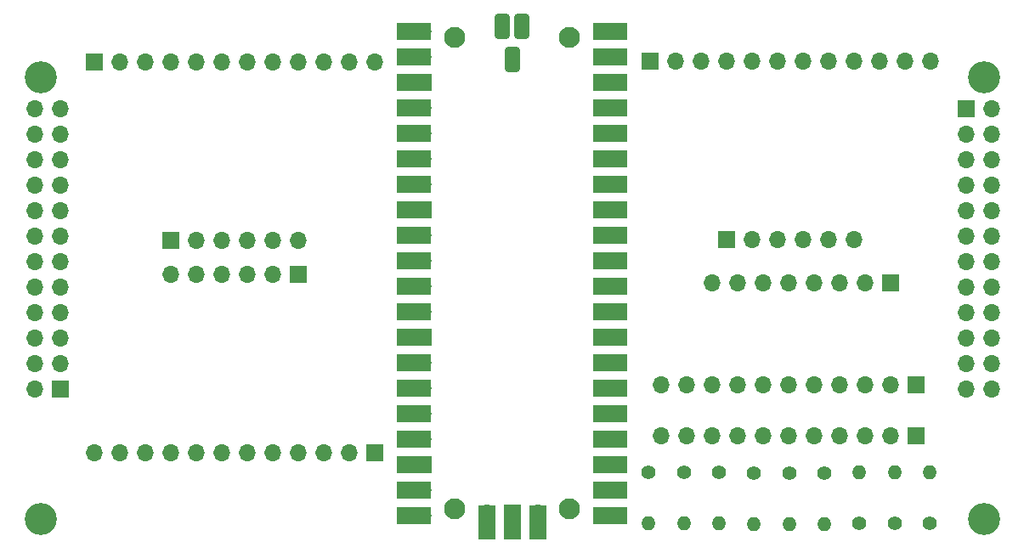
<source format=gts>
G04 #@! TF.GenerationSoftware,KiCad,Pcbnew,7.0.1*
G04 #@! TF.CreationDate,2024-03-19T15:28:11+08:00*
G04 #@! TF.ProjectId,chupico_openithm,63687570-6963-46f5-9f6f-70656e697468,rev?*
G04 #@! TF.SameCoordinates,Original*
G04 #@! TF.FileFunction,Soldermask,Top*
G04 #@! TF.FilePolarity,Negative*
%FSLAX46Y46*%
G04 Gerber Fmt 4.6, Leading zero omitted, Abs format (unit mm)*
G04 Created by KiCad (PCBNEW 7.0.1) date 2024-03-19 15:28:11*
%MOMM*%
%LPD*%
G01*
G04 APERTURE LIST*
G04 Aperture macros list*
%AMRoundRect*
0 Rectangle with rounded corners*
0 $1 Rounding radius*
0 $2 $3 $4 $5 $6 $7 $8 $9 X,Y pos of 4 corners*
0 Add a 4 corners polygon primitive as box body*
4,1,4,$2,$3,$4,$5,$6,$7,$8,$9,$2,$3,0*
0 Add four circle primitives for the rounded corners*
1,1,$1+$1,$2,$3*
1,1,$1+$1,$4,$5*
1,1,$1+$1,$6,$7*
1,1,$1+$1,$8,$9*
0 Add four rect primitives between the rounded corners*
20,1,$1+$1,$2,$3,$4,$5,0*
20,1,$1+$1,$4,$5,$6,$7,0*
20,1,$1+$1,$6,$7,$8,$9,0*
20,1,$1+$1,$8,$9,$2,$3,0*%
G04 Aperture macros list end*
%ADD10C,1.400000*%
%ADD11O,1.400000X1.400000*%
%ADD12C,3.200000*%
%ADD13R,1.700000X1.700000*%
%ADD14O,1.700000X1.700000*%
%ADD15RoundRect,0.300000X-0.450000X-0.950000X0.450000X-0.950000X0.450000X0.950000X-0.450000X0.950000X0*%
%ADD16R,1.700000X3.500000*%
%ADD17R,3.500000X1.700000*%
%ADD18C,2.100000*%
G04 APERTURE END LIST*
D10*
X153710000Y-102917625D03*
D11*
X153710000Y-107997625D03*
D10*
X157210000Y-102949375D03*
D11*
X157210000Y-108029375D03*
D10*
X160710000Y-102933500D03*
D11*
X160710000Y-108013500D03*
D10*
X164210000Y-102997000D03*
D11*
X164210000Y-108077000D03*
D10*
X167710000Y-102981125D03*
D11*
X167710000Y-108061125D03*
D10*
X171210000Y-102965250D03*
D11*
X171210000Y-108045250D03*
D10*
X181710000Y-107965875D03*
D11*
X181710000Y-102885875D03*
X178210000Y-102870000D03*
D10*
X178210000Y-107950000D03*
X174710000Y-107981750D03*
D11*
X174710000Y-102901750D03*
D12*
X187100000Y-107569000D03*
X187100000Y-63506000D03*
X93120000Y-63506000D03*
X93120000Y-107569000D03*
D13*
X95120000Y-94623500D03*
D14*
X92580000Y-94623500D03*
X95120000Y-92083500D03*
X92580000Y-92083500D03*
X95120000Y-89543500D03*
X92580000Y-89543500D03*
X95120000Y-87003500D03*
X92580000Y-87003500D03*
X95120000Y-84463500D03*
X92580000Y-84463500D03*
X95120000Y-81923500D03*
X92580000Y-81923500D03*
X95120000Y-79383500D03*
X92580000Y-79383500D03*
X95120000Y-76843500D03*
X92580000Y-76843500D03*
X95120000Y-74303500D03*
X92580000Y-74303500D03*
X95120000Y-71763500D03*
X92580000Y-71763500D03*
X95120000Y-69223500D03*
X92580000Y-69223500D03*
X95120000Y-66683500D03*
X92580000Y-66683500D03*
X174170000Y-79733500D03*
X171630000Y-79733500D03*
X169090000Y-79733500D03*
X166550000Y-79733500D03*
X164010000Y-79733500D03*
D13*
X161470000Y-79733500D03*
D14*
X181790000Y-61953500D03*
X179250000Y-61953500D03*
X176710000Y-61953500D03*
X174170000Y-61953500D03*
X171630000Y-61953500D03*
X169090000Y-61953500D03*
X166550000Y-61953500D03*
X164010000Y-61953500D03*
X161470000Y-61953500D03*
X158930000Y-61953500D03*
X156390000Y-61953500D03*
D13*
X153850000Y-61953500D03*
X106100000Y-79833500D03*
D14*
X108640000Y-79833500D03*
X111180000Y-79833500D03*
X113720000Y-79833500D03*
X116260000Y-79833500D03*
X118800000Y-79833500D03*
D13*
X98480000Y-62053500D03*
D14*
X101020000Y-62053500D03*
X103560000Y-62053500D03*
X106100000Y-62053500D03*
X108640000Y-62053500D03*
X111180000Y-62053500D03*
X113720000Y-62053500D03*
X116260000Y-62053500D03*
X118800000Y-62053500D03*
X121340000Y-62053500D03*
X123880000Y-62053500D03*
X126420000Y-62053500D03*
D13*
X118770000Y-83206000D03*
D14*
X116230000Y-83206000D03*
X113690000Y-83206000D03*
X111150000Y-83206000D03*
X108610000Y-83206000D03*
X106070000Y-83206000D03*
D13*
X126390000Y-100986000D03*
D14*
X123850000Y-100986000D03*
X121310000Y-100986000D03*
X118770000Y-100986000D03*
X116230000Y-100986000D03*
X113690000Y-100986000D03*
X111150000Y-100986000D03*
X108610000Y-100986000D03*
X106070000Y-100986000D03*
X103530000Y-100986000D03*
X100990000Y-100986000D03*
X98450000Y-100986000D03*
D13*
X177850000Y-84052500D03*
D14*
X175310000Y-84052500D03*
X172770000Y-84052500D03*
X170230000Y-84052500D03*
X167690000Y-84052500D03*
X165150000Y-84052500D03*
X162610000Y-84052500D03*
X160070000Y-84052500D03*
D13*
X180390000Y-94222500D03*
D14*
X177850000Y-94222500D03*
X175310000Y-94222500D03*
X172770000Y-94222500D03*
X170230000Y-94222500D03*
X167690000Y-94222500D03*
X165150000Y-94222500D03*
X162610000Y-94222500D03*
X160070000Y-94222500D03*
X157530000Y-94222500D03*
X154990000Y-94222500D03*
X154990000Y-99292500D03*
X157530000Y-99292500D03*
X160070000Y-99292500D03*
X162610000Y-99292500D03*
X165150000Y-99292500D03*
X167690000Y-99292500D03*
X170230000Y-99292500D03*
X172770000Y-99292500D03*
X175310000Y-99292500D03*
X177850000Y-99292500D03*
D13*
X180390000Y-99292500D03*
D15*
X139110000Y-58418500D03*
X141110000Y-58438500D03*
X140110000Y-61718500D03*
D16*
X142650000Y-107888500D03*
D14*
X142650000Y-106988500D03*
D16*
X140110000Y-107888500D03*
D13*
X140110000Y-106988500D03*
D16*
X137570000Y-107888500D03*
D14*
X137570000Y-106988500D03*
D17*
X149900000Y-58958500D03*
D14*
X149000000Y-58958500D03*
D17*
X149900000Y-61498500D03*
D14*
X149000000Y-61498500D03*
D17*
X149900000Y-64038500D03*
D13*
X149000000Y-64038500D03*
D17*
X149900000Y-66578500D03*
D14*
X149000000Y-66578500D03*
D17*
X149900000Y-69118500D03*
D14*
X149000000Y-69118500D03*
D17*
X149900000Y-71658500D03*
D14*
X149000000Y-71658500D03*
D17*
X149900000Y-74198500D03*
D14*
X149000000Y-74198500D03*
D17*
X149900000Y-76738500D03*
D13*
X149000000Y-76738500D03*
D17*
X149900000Y-79278500D03*
D14*
X149000000Y-79278500D03*
D17*
X149900000Y-81818500D03*
D14*
X149000000Y-81818500D03*
D17*
X149900000Y-84358500D03*
D14*
X149000000Y-84358500D03*
D17*
X149900000Y-86898500D03*
D14*
X149000000Y-86898500D03*
D17*
X149900000Y-89438500D03*
D13*
X149000000Y-89438500D03*
D17*
X149900000Y-91978500D03*
D14*
X149000000Y-91978500D03*
D17*
X149900000Y-94518500D03*
D14*
X149000000Y-94518500D03*
D17*
X149900000Y-97058500D03*
D14*
X149000000Y-97058500D03*
D17*
X149900000Y-99598500D03*
D14*
X149000000Y-99598500D03*
D17*
X149900000Y-102138500D03*
D13*
X149000000Y-102138500D03*
D17*
X149900000Y-104678500D03*
D14*
X149000000Y-104678500D03*
D17*
X149900000Y-107218500D03*
D14*
X149000000Y-107218500D03*
D17*
X130320000Y-107218500D03*
D14*
X131220000Y-107218500D03*
D17*
X130320000Y-104678500D03*
D14*
X131220000Y-104678500D03*
D17*
X130320000Y-102138500D03*
D13*
X131220000Y-102138500D03*
D17*
X130320000Y-99598500D03*
D14*
X131220000Y-99598500D03*
D17*
X130320000Y-97058500D03*
D14*
X131220000Y-97058500D03*
D17*
X130320000Y-94518500D03*
D14*
X131220000Y-94518500D03*
D17*
X130320000Y-91978500D03*
D14*
X131220000Y-91978500D03*
D17*
X130320000Y-89438500D03*
D13*
X131220000Y-89438500D03*
D17*
X130320000Y-86898500D03*
D14*
X131220000Y-86898500D03*
D17*
X130320000Y-84358500D03*
D14*
X131220000Y-84358500D03*
D17*
X130320000Y-81818500D03*
D14*
X131220000Y-81818500D03*
D17*
X130320000Y-79278500D03*
D14*
X131220000Y-79278500D03*
D17*
X130320000Y-76738500D03*
D13*
X131220000Y-76738500D03*
D17*
X130320000Y-74198500D03*
D14*
X131220000Y-74198500D03*
D17*
X130320000Y-71658500D03*
D14*
X131220000Y-71658500D03*
D17*
X130320000Y-69118500D03*
D14*
X131220000Y-69118500D03*
D17*
X130320000Y-66578500D03*
D14*
X131220000Y-66578500D03*
D17*
X130320000Y-64038500D03*
D13*
X131220000Y-64038500D03*
D17*
X130320000Y-61498500D03*
D14*
X131220000Y-61498500D03*
D17*
X130320000Y-58958500D03*
D14*
X131220000Y-58958500D03*
D18*
X145810000Y-106588500D03*
X145810000Y-59588500D03*
X134410000Y-106588500D03*
X134410000Y-59588500D03*
D13*
X185320000Y-66681000D03*
D14*
X187860000Y-66681000D03*
X185320000Y-69221000D03*
X187860000Y-69221000D03*
X185320000Y-71761000D03*
X187860000Y-71761000D03*
X185320000Y-74301000D03*
X187860000Y-74301000D03*
X185320000Y-76841000D03*
X187860000Y-76841000D03*
X185320000Y-79381000D03*
X187860000Y-79381000D03*
X185320000Y-81921000D03*
X187860000Y-81921000D03*
X185320000Y-84461000D03*
X187860000Y-84461000D03*
X185320000Y-87001000D03*
X187860000Y-87001000D03*
X185320000Y-89541000D03*
X187860000Y-89541000D03*
X185320000Y-92081000D03*
X187860000Y-92081000D03*
X185320000Y-94621000D03*
X187860000Y-94621000D03*
M02*

</source>
